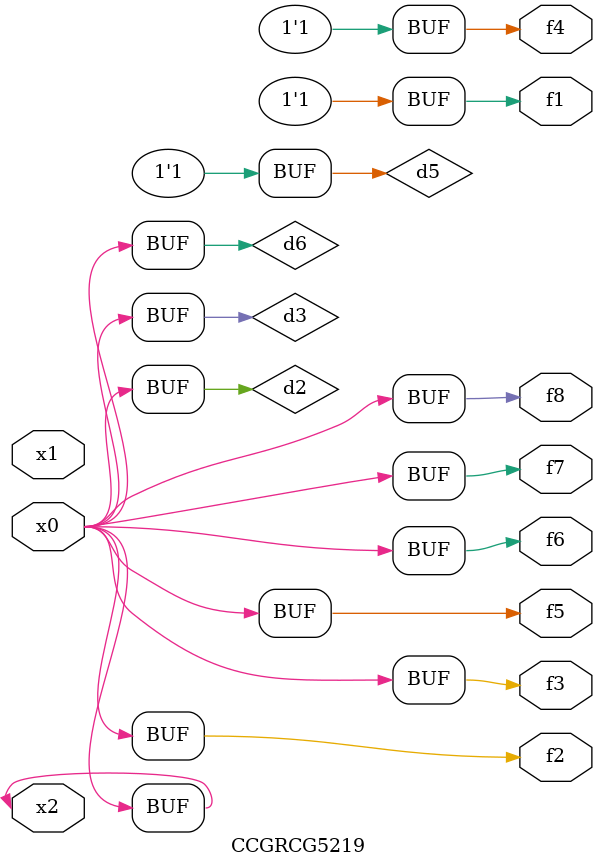
<source format=v>
module CCGRCG5219(
	input x0, x1, x2,
	output f1, f2, f3, f4, f5, f6, f7, f8
);

	wire d1, d2, d3, d4, d5, d6;

	xnor (d1, x2);
	buf (d2, x0, x2);
	and (d3, x0);
	xnor (d4, x1, x2);
	nand (d5, d1, d3);
	buf (d6, d2, d3);
	assign f1 = d5;
	assign f2 = d6;
	assign f3 = d6;
	assign f4 = d5;
	assign f5 = d6;
	assign f6 = d6;
	assign f7 = d6;
	assign f8 = d6;
endmodule

</source>
